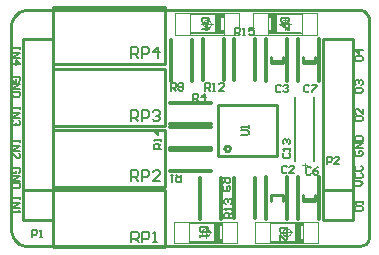
<source format=gto>
G04*
G04 #@! TF.GenerationSoftware,Altium Limited,Altium Designer,22.0.2 (36)*
G04*
G04 Layer_Color=65535*
%FSTAX25Y25*%
%MOIN*%
G70*
G04*
G04 #@! TF.SameCoordinates,371D3646-10FE-40E0-BBDF-05722AEB6D60*
G04*
G04*
G04 #@! TF.FilePolarity,Positive*
G04*
G01*
G75*
%ADD10C,0.01000*%
%ADD11C,0.00787*%
%ADD12C,0.01181*%
%ADD13C,0.00984*%
%ADD14C,0.00500*%
%ADD15C,0.00300*%
%ADD16C,0.00600*%
%ADD17R,0.01476X0.01476*%
%ADD18R,0.01476X0.01476*%
%ADD19R,0.00492X0.01476*%
%ADD20R,0.02400X0.06299*%
%ADD21R,0.01476X0.01476*%
%ADD22R,0.00492X0.01476*%
%ADD23R,0.01476X0.01476*%
%ADD24C,0.00197*%
%ADD25C,0.00004*%
D10*
X0382213Y0328071D02*
X038172Y0328923D01*
X0380736D01*
X0380244Y0328071D01*
X0380736Y0327219D01*
X038172D01*
X0382213Y0328071D01*
X0423Y0304D02*
Y0364512D01*
X0413Y0304D02*
Y0364512D01*
Y0304D02*
X0423D01*
X0413Y0314D02*
X0423D01*
X0413Y0364551D02*
X0422882D01*
X0313D02*
X0322882D01*
X0313Y0314D02*
X0323D01*
X0313Y0304D02*
X0323D01*
X0313D02*
Y0364512D01*
X0323Y0304D02*
Y0364512D01*
Y0315D02*
X0360402D01*
X0323Y0334D02*
X0360402D01*
X03605Y0315102D02*
Y0334D01*
X0323Y0315102D02*
Y0334D01*
Y03355D02*
X0360402D01*
X0323Y03545D02*
X0360402D01*
X03605Y0335602D02*
Y03545D01*
X0323Y0335602D02*
Y03545D01*
Y0295102D02*
Y0314D01*
X03605Y0295102D02*
Y0314D01*
X0323D02*
X0360402D01*
X0323Y0295D02*
X0360402D01*
X0323Y0356102D02*
Y0375D01*
X03605Y0356102D02*
Y0375D01*
X0323D02*
X0360402D01*
X0323Y0356D02*
X0360402D01*
X0378276Y0325315D02*
X0397961D01*
X0378276Y0342638D02*
X0397961D01*
Y0325315D02*
Y0342638D01*
X0378276Y0325315D02*
Y0342638D01*
X0314906Y037424D02*
X031388Y037415D01*
X0312886Y0373884D01*
X0311953Y0373449D01*
X0311109Y0372859D01*
X0310382Y0372131D01*
X0309791Y0371287D01*
X0309356Y0370354D01*
X030909Y036936D01*
X0309Y0368335D01*
X0309Y0301406D02*
X030909Y030038D01*
X0309356Y0299386D01*
X0309791Y0298453D01*
X0310382Y0297609D01*
X0311109Y0296882D01*
X0311953Y0296291D01*
X0312886Y0295856D01*
X031388Y029559D01*
X0314906Y02955D01*
X04285Y0370425D02*
X0428416Y0371377D01*
X0428089Y0372275D01*
X042754Y0373057D01*
X0426807Y0373671D01*
X0425941Y0374074D01*
X0425Y037424D01*
X04255Y02955D02*
X0426492Y0295736D01*
X0427363Y0296268D01*
X0428026Y0297042D01*
X0428418Y0297984D01*
X04285Y0299D01*
X0309Y0301406D02*
Y0368335D01*
X0314901Y0374169D02*
X0425Y037424D01*
X0314906Y02955D02*
X04255Y02955D01*
X04285Y0299D02*
Y0370425D01*
D11*
X0369185Y036635D02*
X0379815D01*
X0369185Y037265D02*
X0379815D01*
X0368685Y029685D02*
X0379315D01*
X0368685Y030315D02*
X0379315D01*
X0395665Y029685D02*
X0406295D01*
X0395665Y030315D02*
X0406295D01*
X039567Y0312D02*
X039947D01*
X04066Y0310983D02*
X04104D01*
X0395975Y0357D02*
X0399775D01*
X0395185Y037265D02*
X0405815D01*
X0395185Y036635D02*
X0405815D01*
X04066Y0357D02*
X04104D01*
D12*
X039065Y0350905D02*
Y0364505D01*
X038365Y0350905D02*
Y0364505D01*
X0362197Y03205D02*
X0375797Y03205D01*
X0362197Y03275D02*
X0375797Y03275D01*
X0372021Y0304554D02*
Y0318154D01*
X0379021Y0304554D02*
Y0318154D01*
X03905Y0304697D02*
Y0318297D01*
X03835Y0304697D02*
Y0318297D01*
X0362203Y0343D02*
X0375803D01*
X0362203Y0336D02*
X0375803D01*
X0362197Y032825D02*
X0375797D01*
X0362197Y033525D02*
X0375797D01*
X0369421Y0350559D02*
Y0364159D01*
X0362421Y0350559D02*
Y0364159D01*
X0373025Y0350911D02*
Y0364511D01*
X0380025Y0350911D02*
Y0364511D01*
X040117Y0304425D02*
Y03185D01*
X039417Y0304424D02*
Y03184D01*
X04049Y0304483D02*
Y0318557D01*
X04119Y0304583D02*
Y0318559D01*
X0394275Y03505D02*
Y0364575D01*
X0401275Y03506D02*
Y0364576D01*
X04049Y03505D02*
Y0364575D01*
X04119Y03506D02*
Y0364576D01*
D13*
X039567Y03125D02*
X039967D01*
X039567Y03104D02*
Y03125D01*
X039967Y03104D02*
Y03125D01*
X04064Y0310483D02*
X04104D01*
Y0312583D01*
X04064Y0310483D02*
Y0312583D01*
X0395775Y03565D02*
X0399775D01*
Y03586D01*
X0395775Y03565D02*
Y03586D01*
X04064Y03565D02*
X04104D01*
Y03586D01*
X04064Y03565D02*
Y03586D01*
D14*
X04037Y03238D02*
Y03452D01*
X04103Y03238D02*
Y03452D01*
D15*
X0407Y03217D02*
Y03233D01*
X04062Y03225D02*
X04078D01*
D16*
X0312099Y03619D02*
Y0361067D01*
Y0361484D01*
X03096D01*
Y03619D01*
Y0361067D01*
Y0359817D02*
X0312099D01*
X03096Y0358151D01*
X0312099D01*
X03096Y0356069D02*
X0312099D01*
X031085Y0357318D01*
Y0355652D01*
X0312099Y03309D02*
Y0330067D01*
Y0330484D01*
X03096D01*
Y03309D01*
Y0330067D01*
Y0328817D02*
X0312099D01*
X03096Y0327151D01*
X0312099D01*
X03096Y0324652D02*
Y0326318D01*
X0311266Y0324652D01*
X0311683D01*
X0312099Y0325069D01*
Y0325902D01*
X0311683Y0326318D01*
X0312099Y03119D02*
Y0311067D01*
Y0311484D01*
X03096D01*
Y03119D01*
Y0311067D01*
Y0309817D02*
X0312099D01*
X03096Y0308151D01*
X0312099D01*
X03096Y0307318D02*
Y0306485D01*
Y0306902D01*
X0312099D01*
X0311683Y0307318D01*
Y0319734D02*
X0312099Y032015D01*
Y0320984D01*
X0311683Y03214D01*
X0310016D01*
X03096Y0320984D01*
Y032015D01*
X0310016Y0319734D01*
X031085D01*
Y0320567D01*
X03096Y0318901D02*
X0312099D01*
X03096Y0317235D01*
X0312099D01*
Y0316402D02*
X03096D01*
Y0315152D01*
X0310016Y0314736D01*
X0311683D01*
X0312099Y0315152D01*
Y0316402D01*
Y03419D02*
Y0341067D01*
Y0341483D01*
X03096D01*
Y03419D01*
Y0341067D01*
Y0339817D02*
X0312099D01*
X03096Y0338151D01*
X0312099D01*
X0311683Y0337318D02*
X0312099Y0336902D01*
Y0336069D01*
X0311683Y0335652D01*
X0311266D01*
X031085Y0336069D01*
Y0336485D01*
Y0336069D01*
X0310433Y0335652D01*
X0310016D01*
X03096Y0336069D01*
Y0336902D01*
X0310016Y0337318D01*
X0311683Y0350234D02*
X0312099Y035065D01*
Y0351483D01*
X0311683Y03519D01*
X0310016D01*
X03096Y0351483D01*
Y035065D01*
X0310016Y0350234D01*
X031085D01*
Y0351067D01*
X03096Y0349401D02*
X0312099D01*
X03096Y0347735D01*
X0312099D01*
Y0346902D02*
X03096D01*
Y0345652D01*
X0310016Y0345235D01*
X0311683D01*
X0312099Y0345652D01*
Y0346902D01*
X0423901Y030835D02*
Y0307517D01*
X0424317Y03071D01*
X0425983D01*
X04264Y0307517D01*
Y030835D01*
X0425983Y0308766D01*
X0424317D01*
X0423901Y030835D01*
X04264Y0309599D02*
Y0310432D01*
Y0310016D01*
X0423901D01*
X0424317Y0309599D01*
X0423901Y03156D02*
X0425567D01*
X04264Y0316433D01*
X0425567Y0317266D01*
X0423901D01*
X0424317Y0319765D02*
X0423901Y0319349D01*
Y0318516D01*
X0424317Y0318099D01*
X0425983D01*
X04264Y0318516D01*
Y0319349D01*
X0425983Y0319765D01*
X0424317Y0322265D02*
X0423901Y0321848D01*
Y0321015D01*
X0424317Y0320598D01*
X0425983D01*
X04264Y0321015D01*
Y0321848D01*
X0425983Y0322265D01*
X0424317Y0327266D02*
X0423901Y032685D01*
Y0326016D01*
X0424317Y03256D01*
X0425983D01*
X04264Y0326016D01*
Y032685D01*
X0425983Y0327266D01*
X042515D01*
Y0326433D01*
X04264Y0328099D02*
X0423901D01*
X04264Y0329765D01*
X0423901D01*
Y0330598D02*
X04264D01*
Y0331848D01*
X0425983Y0332264D01*
X0424317D01*
X0423901Y0331848D01*
Y0330598D01*
Y035835D02*
Y0357517D01*
X0424317Y03571D01*
X0425983D01*
X04264Y0357517D01*
Y035835D01*
X0425983Y0358766D01*
X0424317D01*
X0423901Y035835D01*
X04264Y0360849D02*
X0423901D01*
X042515Y0359599D01*
Y0361265D01*
X0423901Y033835D02*
Y0337516D01*
X0424317Y03371D01*
X0425983D01*
X04264Y0337516D01*
Y033835D01*
X0425983Y0338766D01*
X0424317D01*
X0423901Y033835D01*
X04264Y0341265D02*
Y0339599D01*
X0424734Y0341265D01*
X0424317D01*
X0423901Y0340849D01*
Y0340016D01*
X0424317Y0339599D01*
X0423901Y034785D02*
Y0347017D01*
X0424317Y03466D01*
X0425983D01*
X04264Y0347017D01*
Y034785D01*
X0425983Y0348266D01*
X0424317D01*
X0423901Y034785D01*
X0424317Y0349099D02*
X0423901Y0349516D01*
Y0350349D01*
X0424317Y0350765D01*
X0424734D01*
X042515Y0350349D01*
Y0349932D01*
Y0350349D01*
X0425567Y0350765D01*
X0425983D01*
X04264Y0350349D01*
Y0349516D01*
X0425983Y0349099D01*
X0349201Y0358201D02*
Y0361799D01*
X0351001D01*
X0351601Y03612D01*
Y036D01*
X0351001Y03594D01*
X0349201D01*
X0350401D02*
X0351601Y0358201D01*
X03528D02*
Y0361799D01*
X03546D01*
X03552Y03612D01*
Y036D01*
X03546Y03594D01*
X03528D01*
X0358199Y0358201D02*
Y0361799D01*
X0356399Y036D01*
X0358799D01*
X0349141Y0337065D02*
Y0340664D01*
X0350941D01*
X0351541Y0340064D01*
Y0338865D01*
X0350941Y0338265D01*
X0349141D01*
X0350341D02*
X0351541Y0337065D01*
X035274D02*
Y0340664D01*
X035454D01*
X0355139Y0340064D01*
Y0338865D01*
X035454Y0338265D01*
X035274D01*
X0356339Y0340064D02*
X0356939Y0340664D01*
X0358138D01*
X0358738Y0340064D01*
Y0339465D01*
X0358138Y0338865D01*
X0357539D01*
X0358138D01*
X0358738Y0338265D01*
Y0337665D01*
X0358138Y0337065D01*
X0356939D01*
X0356339Y0337665D01*
X0349201Y0317201D02*
Y0320799D01*
X0351001D01*
X0351601Y03202D01*
Y0319D01*
X0351001Y03184D01*
X0349201D01*
X0350401D02*
X0351601Y0317201D01*
X03528D02*
Y0320799D01*
X03546D01*
X03552Y03202D01*
Y0319D01*
X03546Y03184D01*
X03528D01*
X0358799Y0317201D02*
X0356399D01*
X0358799Y03196D01*
Y03202D01*
X0358199Y0320799D01*
X0356999D01*
X0356399Y03202D01*
X0349301Y0296701D02*
Y0300299D01*
X0351101D01*
X0351701Y02997D01*
Y02985D01*
X0351101Y02979D01*
X0349301D01*
X0350501D02*
X0351701Y0296701D01*
X03529D02*
Y0300299D01*
X03547D01*
X0355299Y02997D01*
Y02985D01*
X03547Y02979D01*
X03529D01*
X0356499Y0296701D02*
X0357699D01*
X0357099D01*
Y0300299D01*
X0356499Y02997D01*
X0385869Y033231D02*
X0387951D01*
X0388368Y0332727D01*
Y033356D01*
X0387951Y0333976D01*
X0385869D01*
X0388368Y0334809D02*
Y0335643D01*
Y0335226D01*
X0385869D01*
X0386285Y0334809D01*
X0383876Y036575D02*
Y036825D01*
X0385126D01*
X0385542Y0367833D01*
Y0367D01*
X0385126Y0366583D01*
X0383876D01*
X0384709D02*
X0385542Y036575D01*
X0386375D02*
X0387208D01*
X0386792D01*
Y036825D01*
X0386375Y0367833D01*
X0390124Y036825D02*
X0388458D01*
Y0367D01*
X0389291Y0367417D01*
X0389707D01*
X0390124Y0367D01*
Y0366167D01*
X0389707Y036575D01*
X0388874D01*
X0388458Y0366167D01*
X035925Y0327876D02*
X035675D01*
Y0329126D01*
X0357167Y0329542D01*
X0358D01*
X0358417Y0329126D01*
Y0327876D01*
Y0328709D02*
X035925Y0329542D01*
Y0330375D02*
Y0331208D01*
Y0330792D01*
X035675D01*
X0357167Y0330375D01*
X035925Y0333707D02*
X035675D01*
X0358Y0332458D01*
Y0334124D01*
X038275Y0304876D02*
X038025D01*
Y0306126D01*
X0380667Y0306542D01*
X03815D01*
X0381916Y0306126D01*
Y0304876D01*
Y0305709D02*
X038275Y0306542D01*
Y0307375D02*
Y0308208D01*
Y0307792D01*
X038025D01*
X0380667Y0307375D01*
Y0309458D02*
X038025Y0309874D01*
Y0310707D01*
X0380667Y0311124D01*
X0381083D01*
X03815Y0310707D01*
Y0310291D01*
Y0310707D01*
X0381916Y0311124D01*
X0382333D01*
X038275Y0310707D01*
Y0309874D01*
X0382333Y0309458D01*
X0373876Y034725D02*
Y034975D01*
X0375126D01*
X0375542Y0349333D01*
Y03485D01*
X0375126Y0348083D01*
X0373876D01*
X0374709D02*
X0375542Y034725D01*
X0376375D02*
X0377208D01*
X0376792D01*
Y034975D01*
X0376375Y0349333D01*
X0380124Y034725D02*
X0378458D01*
X0380124Y0348917D01*
Y0349333D01*
X0379708Y034975D01*
X0378874D01*
X0378458Y0349333D01*
X037975Y0318083D02*
X038225D01*
Y0316833D01*
X0381833Y0316417D01*
X0381D01*
X0380584Y0316833D01*
Y0318083D01*
Y031725D02*
X037975Y0316417D01*
X0380167Y0315583D02*
X037975Y0315167D01*
Y0314334D01*
X0380167Y0313917D01*
X0381833D01*
X038225Y0314334D01*
Y0315167D01*
X0381833Y0315583D01*
X0381417D01*
X0381Y0315167D01*
Y0313917D01*
X0362417Y034725D02*
Y034975D01*
X0363667D01*
X0364084Y0349333D01*
Y03485D01*
X0363667Y0348083D01*
X0362417D01*
X036325D02*
X0364084Y034725D01*
X0364916Y0349333D02*
X0365333Y034975D01*
X0366166D01*
X0366583Y0349333D01*
Y0348917D01*
X0366166Y03485D01*
X0366583Y0348083D01*
Y0347667D01*
X0366166Y034725D01*
X0365333D01*
X0364916Y0347667D01*
Y0348083D01*
X0365333Y03485D01*
X0364916Y0348917D01*
Y0349333D01*
X0365333Y03485D02*
X0366166D01*
X0369917Y034375D02*
Y034625D01*
X0371167D01*
X0371584Y0345833D01*
Y0345D01*
X0371167Y0344584D01*
X0369917D01*
X037075D02*
X0371584Y034375D01*
X0373666D02*
Y034625D01*
X0372416Y0345D01*
X0374083D01*
X0365666Y031925D02*
Y031675D01*
X0364417D01*
X0364Y0317167D01*
Y0318D01*
X0364417Y0318417D01*
X0365666D01*
X0364833D02*
X0364Y031925D01*
X0363167D02*
X0362334D01*
X036275D01*
Y031675D01*
X0363167Y0317167D01*
X0414417Y032275D02*
Y032525D01*
X0415667D01*
X0416083Y0324833D01*
Y0324D01*
X0415667Y0323584D01*
X0414417D01*
X0418583Y032275D02*
X0416917D01*
X0418583Y0324416D01*
Y0324833D01*
X0418166Y032525D01*
X0417333D01*
X0416917Y0324833D01*
X03163Y02984D02*
Y0300899D01*
X031755D01*
X0317966Y0300483D01*
Y029965D01*
X031755Y0299233D01*
X03163D01*
X0318799Y02984D02*
X0319632D01*
X0319216D01*
Y0300899D01*
X0318799Y0300483D01*
X040175Y0371583D02*
X039925D01*
Y0370333D01*
X0399667Y0369917D01*
X0401333D01*
X040175Y0370333D01*
Y0371583D01*
Y0369083D02*
Y0367417D01*
X0401333D01*
X0399667Y0369083D01*
X039925D01*
X037525Y0371583D02*
X037275D01*
Y0370333D01*
X0373167Y0369917D01*
X0374833D01*
X037525Y0370333D01*
Y0371583D01*
X037275Y0367834D02*
X037525D01*
X0374Y0369083D01*
Y0367417D01*
X040125Y0301583D02*
X039875D01*
Y0300333D01*
X0399167Y0299917D01*
X0400833D01*
X040125Y0300333D01*
Y0301583D01*
X039875Y0297417D02*
Y0299083D01*
X0400417Y0297417D01*
X0400833D01*
X040125Y0297834D01*
Y0298667D01*
X0400833Y0299083D01*
X037475Y0301666D02*
X037225D01*
Y0300416D01*
X0372667Y03D01*
X0374333D01*
X037475Y0300416D01*
Y0301666D01*
X037225Y0299167D02*
Y0298334D01*
Y029875D01*
X037475D01*
X0374333Y0299167D01*
X0400167Y0326442D02*
X039975Y0326026D01*
Y0325192D01*
X0400167Y0324776D01*
X0401833D01*
X040225Y0325192D01*
Y0326026D01*
X0401833Y0326442D01*
X040225Y0327275D02*
Y0328108D01*
Y0327692D01*
X039975D01*
X0400167Y0327275D01*
Y0329358D02*
X039975Y0329774D01*
Y0330608D01*
X0400167Y0331024D01*
X0400584D01*
X0401Y0330608D01*
Y0330191D01*
Y0330608D01*
X0401416Y0331024D01*
X0401833D01*
X040225Y0330608D01*
Y0329774D01*
X0401833Y0329358D01*
X0408583Y0348833D02*
X0408167Y034925D01*
X0407334D01*
X0406917Y0348833D01*
Y0347167D01*
X0407334Y034675D01*
X0408167D01*
X0408583Y0347167D01*
X0409416Y034925D02*
X0411083D01*
Y0348833D01*
X0409416Y0347167D01*
Y034675D01*
X0409084Y0321333D02*
X0408667Y032175D01*
X0407834D01*
X0407417Y0321333D01*
Y0319667D01*
X0407834Y031925D01*
X0408667D01*
X0409084Y0319667D01*
X0411583Y032175D02*
X041075Y0321333D01*
X0409916Y03205D01*
Y0319667D01*
X0410333Y031925D01*
X0411166D01*
X0411583Y0319667D01*
Y0320083D01*
X0411166Y03205D01*
X0409916D01*
X0399083Y0348833D02*
X0398667Y034925D01*
X0397834D01*
X0397417Y0348833D01*
Y0347167D01*
X0397834Y034675D01*
X0398667D01*
X0399083Y0347167D01*
X0399917Y0348833D02*
X0400333Y034925D01*
X0401166D01*
X0401583Y0348833D01*
Y0348416D01*
X0401166Y0348D01*
X040075D01*
X0401166D01*
X0401583Y0347584D01*
Y0347167D01*
X0401166Y034675D01*
X0400333D01*
X0399917Y0347167D01*
X0401084Y0321774D02*
X0400667Y032219D01*
X0399834D01*
X0399417Y0321774D01*
Y0320108D01*
X0399834Y0319691D01*
X0400667D01*
X0401084Y0320108D01*
X0403583Y0319691D02*
X0401917D01*
X0403583Y0321357D01*
Y0321774D01*
X0403166Y032219D01*
X0402333D01*
X0401917Y0321774D01*
D17*
X037947Y0366695D02*
D03*
D18*
X0379569Y0372305D02*
D03*
X0406049Y0302805D02*
D03*
X039553Y0372305D02*
D03*
X0395431Y0366695D02*
D03*
D19*
X0369038Y0366695D02*
D03*
Y0372305D02*
D03*
X0395518Y0302805D02*
D03*
X0405963Y0372305D02*
D03*
Y0366695D02*
D03*
D20*
X03782Y03695D02*
D03*
X03777Y03D02*
D03*
X0404681D02*
D03*
X03968Y03695D02*
D03*
D21*
X0378971Y0297195D02*
D03*
X0379069Y0302805D02*
D03*
D22*
X0368537Y0297195D02*
D03*
Y0302805D02*
D03*
X0395518Y0297195D02*
D03*
D23*
X0405951Y0297195D02*
D03*
D24*
X0375378Y03D02*
X0375056Y0300886D01*
X0374239Y0301357D01*
X0373311Y0301193D01*
X0372705Y0300471D01*
Y0299529D01*
X0373311Y0298807D01*
X0374239Y0298643D01*
X0375056Y0299114D01*
X0375378Y03D01*
X0375878Y03695D02*
X0375556Y0370386D01*
X0374739Y0370857D01*
X0373811Y0370693D01*
X0373205Y0369971D01*
Y0369029D01*
X0373811Y0368307D01*
X0374739Y0368143D01*
X0375556Y0368614D01*
X0375878Y03695D01*
X0402378Y03D02*
X0402056Y0300886D01*
X0401239Y0301357D01*
X0400311Y0301193D01*
X0399705Y0300471D01*
Y0299529D01*
X0400311Y0298807D01*
X0401239Y0298643D01*
X0402056Y0299114D01*
X0402378Y03D01*
X0401878Y03695D02*
X0401556Y0370386D01*
X0400739Y0370857D01*
X0399811Y0370693D01*
X0399205Y0369971D01*
Y0369029D01*
X0399811Y0368307D01*
X0400739Y0368143D01*
X0401556Y0368614D01*
X0401878Y03695D01*
X0375878Y03695D02*
X0375556Y0370386D01*
X0374739Y0370857D01*
X0373811Y0370693D01*
X0373205Y0369971D01*
Y0369029D01*
X0373811Y0368307D01*
X0374739Y0368143D01*
X0375556Y0368614D01*
X0375878Y03695D01*
X0375378Y03D02*
X0375056Y0300886D01*
X0374239Y0301357D01*
X0373311Y0301193D01*
X0372705Y0300471D01*
Y0299529D01*
X0373311Y0298807D01*
X0374239Y0298643D01*
X0375056Y0299114D01*
X0375378Y03D01*
X0402358D02*
X0402036Y0300886D01*
X040122Y0301357D01*
X0400291Y0301193D01*
X0399686Y0300471D01*
Y0299529D01*
X0400291Y0298807D01*
X040122Y0298643D01*
X0402036Y0299114D01*
X0402358Y03D01*
X0401878Y03695D02*
X0401556Y0370386D01*
X0400739Y0370857D01*
X0399811Y0370693D01*
X0399205Y0369971D01*
Y0369029D01*
X0399811Y0368307D01*
X0400739Y0368143D01*
X0401556Y0368614D01*
X0401878Y03695D01*
X0372032Y03D02*
X0375969D01*
X0374Y0298031D02*
Y0301968D01*
X036337Y0296457D02*
Y0303543D01*
Y0296457D02*
X038463D01*
Y0303543D01*
X036337D02*
X038463D01*
X0372532Y03695D02*
X0376469D01*
X03745Y0367532D02*
Y0371469D01*
X036387Y0365957D02*
Y0373043D01*
Y0365957D02*
X038513D01*
Y0373043D01*
X036387D02*
X038513D01*
X0399032Y03D02*
X0402969D01*
X0401Y0298031D02*
Y0301968D01*
X039037Y0296457D02*
Y0303543D01*
Y0296457D02*
X041163D01*
Y0303543D01*
X039037D02*
X041163D01*
X0398532Y03695D02*
X0402469D01*
X04005Y0367532D02*
Y0371469D01*
X041113Y0365957D02*
Y0373043D01*
X038987D02*
X041113D01*
X038987Y0365957D02*
Y0373043D01*
Y0365957D02*
X041113D01*
X0372532Y03695D02*
X0376469D01*
X03745Y0367532D02*
Y0371469D01*
X038513Y0365957D02*
Y0373043D01*
X036387Y0365957D02*
X038513D01*
X036387D02*
Y0373043D01*
X038513D01*
X0372032Y03D02*
X0375969D01*
X0374Y0298032D02*
Y0301969D01*
X038463Y0296457D02*
Y0303543D01*
X036337Y0296457D02*
X038463D01*
X036337D02*
Y0303543D01*
X038463D01*
X0399012Y03D02*
X0402949D01*
X040098Y0298032D02*
Y0301969D01*
X041161Y0296457D02*
Y0303543D01*
X039035Y0296457D02*
X041161D01*
X039035D02*
Y0303543D01*
X041161D01*
X0398532Y03695D02*
X0402469D01*
X04005Y0367532D02*
Y0371469D01*
X038987Y0365957D02*
Y0373043D01*
X041113D01*
Y0365957D02*
Y0373043D01*
X038987Y0365957D02*
X041113D01*
D25*
X036839Y0296457D02*
Y0303543D01*
Y0296457D02*
X037961D01*
Y0303543D01*
X036839D02*
X037961D01*
X036889Y0365957D02*
Y0373043D01*
Y0365957D02*
X038011D01*
Y0373043D01*
X036889D02*
X038011D01*
X039539Y0296457D02*
Y0303543D01*
Y0296457D02*
X040661D01*
Y0303543D01*
X039539D02*
X040661D01*
X040611Y0365957D02*
Y0373043D01*
X039489D02*
X040611D01*
X039489Y0365957D02*
Y0373043D01*
Y0365957D02*
X040611D01*
X038011Y0365957D02*
Y0373043D01*
X036889Y0365957D02*
X038011D01*
X036889D02*
Y0373043D01*
X038011D01*
X037961Y0296457D02*
Y0303543D01*
X036839Y0296457D02*
X037961D01*
X036839D02*
Y0303543D01*
X037961D01*
X0406591Y0296457D02*
Y0303543D01*
X039537Y0296457D02*
X0406591D01*
X039537D02*
Y0303543D01*
X0406591D01*
X039489Y0365957D02*
Y0373043D01*
X040611D01*
Y0365957D02*
Y0373043D01*
X039489Y0365957D02*
X040611D01*
M02*

</source>
